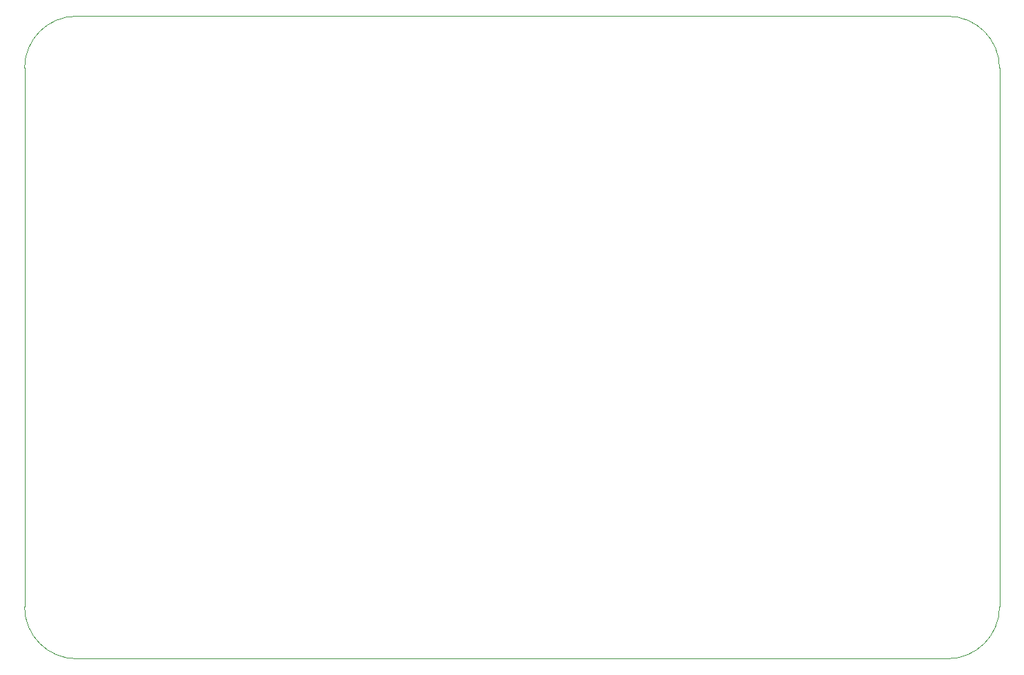
<source format=gm1>
%TF.GenerationSoftware,KiCad,Pcbnew,(5.1.0)-1*%
%TF.CreationDate,2022-07-09T20:49:55+03:00*%
%TF.ProjectId,octaver,6f637461-7665-4722-9e6b-696361645f70,rev?*%
%TF.SameCoordinates,Original*%
%TF.FileFunction,Profile,NP*%
%FSLAX46Y46*%
G04 Gerber Fmt 4.6, Leading zero omitted, Abs format (unit mm)*
G04 Created by KiCad (PCBNEW (5.1.0)-1) date 2022-07-09 20:49:55*
%MOMM*%
%LPD*%
G04 APERTURE LIST*
%ADD10C,0.050000*%
G04 APERTURE END LIST*
D10*
X90170000Y-149860000D02*
G75*
G02X83820000Y-143510000I0J6350000D01*
G01*
X83820000Y-77470000D02*
G75*
G02X90170000Y-71120000I6350000J0D01*
G01*
X196850000Y-71120000D02*
G75*
G02X203200000Y-77470000I0J-6350000D01*
G01*
X203200000Y-143510000D02*
G75*
G02X196850000Y-149860000I-6350000J0D01*
G01*
X90170000Y-149860000D02*
X196850000Y-149860000D01*
X83820000Y-77470000D02*
X83820000Y-143510000D01*
X196850000Y-71120000D02*
X90170000Y-71120000D01*
X203200000Y-143510000D02*
X203200000Y-77470000D01*
M02*

</source>
